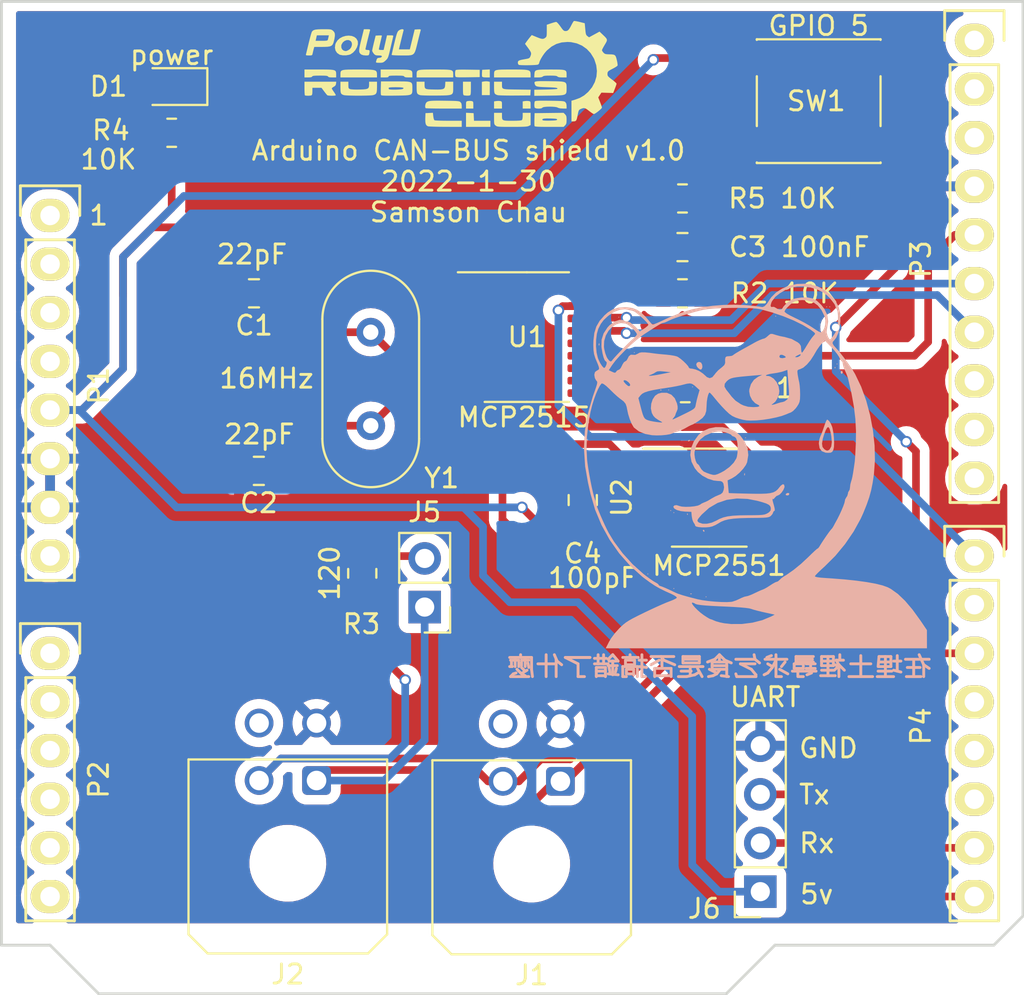
<source format=kicad_pcb>
(kicad_pcb (version 20211014) (generator pcbnew)
  (title_block (date "lun. 30 mars 2015"))
  (layers (0 "F.Cu" signal) (31 "B.Cu" signal) (34 "B.Paste" user) (35 "F.Paste" user) (36 "B.SilkS" user "B.Silkscreen") (37 "F.SilkS" user "F.Silkscreen") (38 "B.Mask" user) (39 "F.Mask" user) (44 "Edge.Cuts" user))
  (net 0 "")
  (net 1 "/IOREF")
  (net 2 "/Reset")
  (net 3 "+5V")
  (net 4 "GND")
  (net 5 "/Vin")
  (net 6 "/A0")
  (net 7 "/A1")
  (net 8 "/A2")
  (net 9 "/A3")
  (net 10 "/AREF")
  (net 11 "/A4(SDA)")
  (net 12 "/A5(SCL)")
  (net 13 "/9(**)")
  (net 14 "/8")
  (net 15 "/7")
  (net 16 "/6(**)")
  (net 17 "/5(**)")
  (net 18 "/4")
  (net 19 "/3(**)")
  (net 20 "/2")
  (net 21 "/1(Tx)")
  (net 22 "/0(Rx)")
  (net 23 "Net-(C1-Pad1)")
  (net 24 "Net-(C2-Pad1)")
  (net 25 "Net-(D1-Pad2)")
  (net 26 "/13(SCK)")
  (net 28 "+3V3")
  (net 29 "/12(MISO)")
  (net 31 "Net-(J5-Pad2)")
  (net 33 "/11(**{slash}MOSI)")
  (net 34 "/10(**{slash}SS)")
  (net 35 "Net-(R1-Pad1)")
  (net 36 "Net-(R2-Pad2)")
  (net 37 "/CAN_Tx")
  (net 38 "/CAN_Rx")
  (net 51 "/CAN-")
  (net 52 "/CAN+")
  (footprint "Socket_Arduino_Uno:Socket_Strip_Arduino_1x08" (layer "F.Cu") (at 113.792 88.011 -90)
    (fp_text reference "P1" (at 8.89 -2.54 90) (layer "F.SilkS"))
    (fp_text value "Power")
    (pad "1" thru_hole oval locked (at 0 0 270) (size 1.7272 2.032) (drill 1.016) (layers *.Cu *.Mask "F.SilkS"))
    (pad "2" thru_hole oval locked (at 2.54 0 270) (size 1.7272 2.032) (drill 1.016) (layers *.Cu *.Mask "F.SilkS") (net 1 "/IOREF"))
    (pad "3" thru_hole oval locked (at 5.08 0 270) (size 1.7272 2.032) (drill 1.016) (layers *.Cu *.Mask "F.SilkS") (net 2 "/Reset"))
    (pad "4" thru_hole oval locked (at 7.62 0 270) (size 1.7272 2.032) (drill 1.016) (layers *.Cu *.Mask "F.SilkS") (net 28 "+3V3"))
    (pad "5" thru_hole oval locked (at 10.16 0 270) (size 1.7272 2.032) (drill 1.016) (layers *.Cu *.Mask "F.SilkS") (net 3 "+5V"))
    (pad "6" thru_hole oval locked (at 12.7 0 270) (size 1.7272 2.032) (drill 1.016) (layers *.Cu *.Mask "F.SilkS") (net 4 "GND"))
    (pad "7" thru_hole oval locked (at 15.24 0 270) (size 1.7272 2.032) (drill 1.016) (layers *.Cu *.Mask "F.SilkS") (net 4 "GND"))
    (pad "8" thru_hole oval locked (at 17.78 0 270) (size 1.7272 2.032) (drill 1.016) (layers *.Cu *.Mask "F.SilkS") (net 5 "/Vin"))
  )
  (footprint "Socket_Arduino_Uno:Socket_Strip_Arduino_1x06" (layer "F.Cu") (at 113.792 110.871 -90)
    (fp_text reference "P2" (at 6.604 -2.54 90) (layer "F.SilkS"))
    (fp_text value "Analog")
    (pad "1" thru_hole oval locked (at 0 0 270) (size 1.7272 2.032) (drill 1.016) (layers *.Cu *.Mask "F.SilkS") (net 6 "/A0"))
    (pad "2" thru_hole oval locked (at 2.54 0 270) (size 1.7272 2.032) (drill 1.016) (layers *.Cu *.Mask "F.SilkS") (net 7 "/A1"))
    (pad "3" thru_hole oval locked (at 5.08 0 270) (size 1.7272 2.032) (drill 1.016) (layers *.Cu *.Mask "F.SilkS") (net 8 "/A2"))
    (pad "4" thru_hole oval locked (at 7.62 0 270) (size 1.7272 2.032) (drill 1.016) (layers *.Cu *.Mask "F.SilkS") (net 9 "/A3"))
    (pad "5" thru_hole oval locked (at 10.16 0 270) (size 1.7272 2.032) (drill 1.016) (layers *.Cu *.Mask "F.SilkS") (net 11 "/A4(SDA)"))
    (pad "6" thru_hole oval locked (at 12.7 0 270) (size 1.7272 2.032) (drill 1.016) (layers *.Cu *.Mask "F.SilkS") (net 12 "/A5(SCL)"))
  )
  (footprint "Socket_Arduino_Uno:Socket_Strip_Arduino_1x10" (layer "F.Cu") (at 162.052 78.867 -90)
    (fp_text reference "P3" (at 11.43 2.794 90) (layer "F.SilkS"))
    (fp_text value "Digital")
    (pad "1" thru_hole oval locked (at 0 0 270) (size 1.7272 2.032) (drill 1.016) (layers *.Cu *.Mask "F.SilkS"))
    (pad "2" thru_hole oval locked (at 2.54 0 270) (size 1.7272 2.032) (drill 1.016) (layers *.Cu *.Mask "F.SilkS"))
    (pad "3" thru_hole oval locked (at 5.08 0 270) (size 1.7272 2.032) (drill 1.016) (layers *.Cu *.Mask "F.SilkS") (net 10 "/AREF"))
    (pad "4" thru_hole oval locked (at 7.62 0 270) (size 1.7272 2.032) (drill 1.016) (layers *.Cu *.Mask "F.SilkS") (net 4 "GND"))
    (pad "5" thru_hole oval locked (at 10.16 0 270) (size 1.7272 2.032) (drill 1.016) (layers *.Cu *.Mask "F.SilkS") (net 26 "/13(SCK)"))
    (pad "6" thru_hole oval locked (at 12.7 0 270) (size 1.7272 2.032) (drill 1.016) (layers *.Cu *.Mask "F.SilkS") (net 29 "/12(MISO)"))
    (pad "7" thru_hole oval locked (at 15.24 0 270) (size 1.7272 2.032) (drill 1.016) (layers *.Cu *.Mask "F.SilkS") (net 33 "/11(**{slash}MOSI)"))
    (pad "8" thru_hole oval locked (at 17.78 0 270) (size 1.7272 2.032) (drill 1.016) (layers *.Cu *.Mask "F.SilkS") (net 34 "/10(**{slash}SS)"))
    (pad "9" thru_hole oval locked (at 20.32 0 270) (size 1.7272 2.032) (drill 1.016) (layers *.Cu *.Mask "F.SilkS") (net 13 "/9(**)"))
    (pad "10" thru_hole oval locked (at 22.86 0 270) (size 1.7272 2.032) (drill 1.016) (layers *.Cu *.Mask "F.SilkS") (net 14 "/8"))
  )
  (footprint "Socket_Arduino_Uno:Socket_Strip_Arduino_1x08" (layer "F.Cu") (at 162.052 105.791 -90)
    (fp_text reference "P4" (at 8.89 2.794 90) (layer "F.SilkS"))
    (fp_text value "Digital")
    (pad "1" thru_hole oval locked (at 0 0 270) (size 1.7272 2.032) (drill 1.016) (layers *.Cu *.Mask "F.SilkS") (net 15 "/7"))
    (pad "2" thru_hole oval locked (at 2.54 0 270) (size 1.7272 2.032) (drill 1.016) (layers *.Cu *.Mask "F.SilkS") (net 16 "/6(**)"))
    (pad "3" thru_hole oval locked (at 5.08 0 270) (size 1.7272 2.032) (drill 1.016) (layers *.Cu *.Mask "F.SilkS") (net 17 "/5(**)"))
    (pad "4" thru_hole oval locked (at 7.62 0 270) (size 1.7272 2.032) (drill 1.016) (layers *.Cu *.Mask "F.SilkS") (net 18 "/4"))
    (pad "5" thru_hole oval locked (at 10.16 0 270) (size 1.7272 2.032) (drill 1.016) (layers *.Cu *.Mask "F.SilkS") (net 19 "/3(**)"))
    (pad "6" thru_hole oval locked (at 12.7 0 270) (size 1.7272 2.032) (drill 1.016) (layers *.Cu *.Mask "F.SilkS") (net 20 "/2"))
    (pad "7" thru_hole oval locked (at 15.24 0 270) (size 1.7272 2.032) (drill 1.016) (layers *.Cu *.Mask "F.SilkS") (net 21 "/1(Tx)"))
    (pad "8" thru_hole oval locked (at 17.78 0 270) (size 1.7272 2.032) (drill 1.016) (layers *.Cu *.Mask "F.SilkS") (net 22 "/0(Rx)"))
  )
  (footprint "Connector_PinHeader_2.54mm:PinHeader_1x02_P2.54mm_Vertical" (layer "F.Cu") (at 133.35 108.458 180)
    (fp_text reference "J5" (at 0 4.953) (layer "F.SilkS"))
    (fp_text value "jumper")
    (pad "1" thru_hole rect (at 0 0 180) (size 1.7 1.7) (drill 1) (layers *.Cu *.Mask) (net 52 "/CAN+"))
    (pad "2" thru_hole oval (at 0 2.54 180) (size 1.7 1.7) (drill 1) (layers *.Cu *.Mask) (net 31 "Net-(J5-Pad2)"))
  )
  (footprint "PolyuRobotics:Club_logo" (layer "F.Cu") (at 135.382 80.899)
    (fp_text reference "G***" hide)
    (fp_text value "LOGO" hide)
  )
  (footprint "Resistor_SMD:R_0805_2012Metric_Pad1.20x1.40mm_HandSolder" (layer "F.Cu") (at 120.142 83.693)
    (fp_text reference "R4" (at -3.175 -0.127) (layer "F.SilkS"))
    (fp_text value "10K")
    (pad "1" smd roundrect (at -1 0) (size 1.2 1.4) (layers "F.Cu" "F.Paste" "F.Mask") (roundrect_rratio 0.2083333333) (net 3 "+5V"))
    (pad "2" smd roundrect (at 1 0) (size 1.2 1.4) (layers "F.Cu" "F.Paste" "F.Mask") (roundrect_rratio 0.2083333333) (net 25 "Net-(D1-Pad2)"))
  )
  (footprint "Capacitor_SMD:C_0805_2012Metric_Pad1.18x1.45mm_HandSolder" (layer "F.Cu") (at 141.605 102.87 90)
    (fp_text reference "C4" (at -2.794 0 180) (layer "F.SilkS"))
    (fp_text value "100nF")
    (pad "1" smd roundrect (at -1.0375 0 90) (size 1.175 1.45) (layers "F.Cu" "F.Paste" "F.Mask") (roundrect_rratio 0.2127659574) (net 3 "+5V"))
    (pad "2" smd roundrect (at 1.0375 0 90) (size 1.175 1.45) (layers "F.Cu" "F.Paste" "F.Mask") (roundrect_rratio 0.2127659574) (net 4 "GND"))
  )
  (footprint "Resistor_SMD:R_0805_2012Metric_Pad1.20x1.40mm_HandSolder" (layer "F.Cu") (at 146.812 92.075 180)
    (fp_text reference "R2 10K" (at -5.334 0) (layer "F.SilkS"))
    (fp_text value "10K")
    (pad "1" smd roundrect (at -1 0 180) (size 1.2 1.4) (layers "F.Cu" "F.Paste" "F.Mask") (roundrect_rratio 0.2083333333) (net 3 "+5V"))
    (pad "2" smd roundrect (at 1 0 180) (size 1.2 1.4) (layers "F.Cu" "F.Paste" "F.Mask") (roundrect_rratio 0.2083333333) (net 36 "Net-(R2-Pad2)"))
  )
  (footprint "Capacitor_SMD:C_0805_2012Metric_Pad1.18x1.45mm_HandSolder" (layer "F.Cu") (at 124.4385 92.075 180)
    (fp_text reference "C1" (at 0 -1.68) (layer "F.SilkS"))
    (fp_text value "22pF")
    (pad "1" smd roundrect (at -1.0375 0 180) (size 1.175 1.45) (layers "F.Cu" "F.Paste" "F.Mask") (roundrect_rratio 0.2127659574) (net 23 "Net-(C1-Pad1)"))
    (pad "2" smd roundrect (at 1.0375 0 180) (size 1.175 1.45) (layers "F.Cu" "F.Paste" "F.Mask") (roundrect_rratio 0.2127659574) (net 4 "GND"))
  )
  (footprint "Capacitor_SMD:C_0805_2012Metric_Pad1.18x1.45mm_HandSolder" (layer "F.Cu") (at 146.812 89.662)
    (fp_text reference "C3 100nF" (at 6.096 0) (layer "F.SilkS"))
    (fp_text value "100nF")
    (pad "1" smd roundrect (at -1.0375 0) (size 1.175 1.45) (layers "F.Cu" "F.Paste" "F.Mask") (roundrect_rratio 0.2127659574) (net 3 "+5V"))
    (pad "2" smd roundrect (at 1.0375 0) (size 1.175 1.45) (layers "F.Cu" "F.Paste" "F.Mask") (roundrect_rratio 0.2127659574) (net 4 "GND"))
  )
  (footprint "LED_SMD:LED_0805_2012Metric_Pad1.15x1.40mm_HandSolder" (layer "F.Cu") (at 120.142 81.28 180)
    (fp_text reference "D1" (at 3.302 0) (layer "F.SilkS"))
    (fp_text value "power")
    (pad "1" smd roundrect (at -1.025 0 180) (size 1.15 1.4) (layers "F.Cu" "F.Paste" "F.Mask") (roundrect_rratio 0.2173913043) (net 4 "GND"))
    (pad "2" smd roundrect (at 1.025 0 180) (size 1.15 1.4) (layers "F.Cu" "F.Paste" "F.Mask") (roundrect_rratio 0.2173913043) (net 25 "Net-(D1-Pad2)"))
  )
  (footprint "Crystal:Crystal_HC49-U_Vertical" (layer "F.Cu") (at 130.5345 94.107 -90)
    (fp_text reference "Y1" (at 7.62 -3.7045 180) (layer "F.SilkS"))
    (fp_text value "16MHz")
    (pad "1" thru_hole circle (at 0 0 270) (size 1.5 1.5) (drill 0.8) (layers *.Cu *.Mask) (net 23 "Net-(C1-Pad1)"))
    (pad "2" thru_hole circle (at 4.88 0 270) (size 1.5 1.5) (drill 0.8) (layers *.Cu *.Mask) (net 24 "Net-(C2-Pad1)"))
  )
  (footprint "Package_SO:TSSOP-20_4.4x6.5mm_P0.65mm" (layer "F.Cu") (at 138.684 94.361)
    (fp_text reference "U1" (at 0 0) (layer "F.SilkS"))
    (fp_text value "MCP2515-xST")
    (pad "1" smd roundrect (at -2.8625 -2.925) (size 1.475 0.4) (layers "F.Cu" "F.Paste" "F.Mask") (net 37 "/CAN_Tx"))
    (pad "2" smd roundrect (at -2.8625 -2.275) (size 1.475 0.4) (layers "F.Cu" "F.Paste" "F.Mask") (net 38 "/CAN_Rx"))
    (pad "3" smd roundrect (at -2.8625 -1.625) (size 1.475 0.4) (layers "F.Cu" "F.Paste" "F.Mask"))
    (pad "4" smd roundrect (at -2.8625 -0.975) (size 1.475 0.4) (layers "F.Cu" "F.Paste" "F.Mask"))
    (pad "5" smd roundrect (at -2.8625 -0.325) (size 1.475 0.4) (layers "F.Cu" "F.Paste" "F.Mask"))
    (pad "6" smd roundrect (at -2.8625 0.325) (size 1.475 0.4) (layers "F.Cu" "F.Paste" "F.Mask"))
    (pad "7" smd roundrect (at -2.8625 0.975) (size 1.475 0.4) (layers "F.Cu" "F.Paste" "F.Mask"))
    (pad "8" smd roundrect (at -2.8625 1.625) (size 1.475 0.4) (layers "F.Cu" "F.Paste" "F.Mask") (net 23 "Net-(C1-Pad1)"))
    (pad "9" smd roundrect (at -2.8625 2.275) (size 1.475 0.4) (layers "F.Cu" "F.Paste" "F.Mask") (net 24 "Net-(C2-Pad1)"))
    (pad "10" smd roundrect (at -2.8625 2.925) (size 1.475 0.4) (layers "F.Cu" "F.Paste" "F.Mask") (net 4 "GND"))
    (pad "11" smd roundrect (at 2.8625 2.925) (size 1.475 0.4) (layers "F.Cu" "F.Paste" "F.Mask"))
    (pad "12" smd roundrect (at 2.8625 2.275) (size 1.475 0.4) (layers "F.Cu" "F.Paste" "F.Mask"))
    (pad "13" smd roundrect (at 2.8625 1.625) (size 1.475 0.4) (layers "F.Cu" "F.Paste" "F.Mask"))
    (pad "14" smd roundrect (at 2.8625 0.975) (size 1.475 0.4) (layers "F.Cu" "F.Paste" "F.Mask") (net 26 "/13(SCK)"))
    (pad "15" smd roundrect (at 2.8625 0.325) (size 1.475 0.4) (layers "F.Cu" "F.Paste" "F.Mask"))
    (pad "16" smd roundrect (at 2.8625 -0.325) (size 1.475 0.4) (layers "F.Cu" "F.Paste" "F.Mask") (net 33 "/11(**{slash}MOSI)"))
    (pad "17" smd roundrect (at 2.8625 -0.975) (size 1.475 0.4) (layers "F.Cu" "F.Paste" "F.Mask") (net 29 "/12(MISO)"))
    (pad "18" smd roundrect (at 2.8625 -1.625) (size 1.475 0.4) (layers "F.Cu" "F.Paste" "F.Mask") (net 15 "/7"))
    (pad "19" smd roundrect (at 2.8625 -2.275) (size 1.475 0.4) (layers "F.Cu" "F.Paste" "F.Mask") (net 36 "Net-(R2-Pad2)"))
    (pad "20" smd roundrect (at 2.8625 -2.925) (size 1.475 0.4) (layers "F.Cu" "F.Paste" "F.Mask") (net 3 "+5V"))
  )
  (footprint "Connector_Molex:Molex_Micro-Fit_3.0_43045-0400_2x02_P3.00mm_Horizontal" (layer "F.Cu") (at 140.438 117.557 180)
    (fp_text reference "J1" (at 1.5 -10.12 180) (layer "F.SilkS"))
    (fp_text value "molex_3.0")
    (pad "" np_thru_hole circle locked (at 1.5 -4.32 180) (size 3 3) (drill 3) (layers *.Cu *.Mask))
    (pad "1" thru_hole roundrect locked (at 0 0 180) (size 1.5 1.5) (drill 1.02) (layers *.Cu *.Mask) (roundrect_rratio 0.1666673333) (net 52 "/CAN+"))
    (pad "2" thru_hole circle locked (at 3 0 180) (size 1.5 1.5) (drill 1.02) (layers *.Cu *.Mask) (net 51 "/CAN-"))
    (pad "3" thru_hole circle locked (at 0 3 180) (size 1.5 1.5) (drill 1.02) (layers *.Cu *.Mask) (net 4 "GND"))
    (pad "4" thru_hole circle locked (at 3 3 180) (size 1.5 1.5) (drill 1.02) (layers *.Cu *.Mask))
  )
  (footprint "Connector_Molex:Molex_Micro-Fit_3.0_43045-0400_2x02_P3.00mm_Horizontal" (layer "F.Cu") (at 127.705 117.514 180)
    (fp_text reference "J2" (at 1.5 -10.12 180) (layer "F.SilkS"))
    (fp_text value "molex_3.0")
    (pad "" np_thru_hole circle locked (at 1.5 -4.32 180) (size 3 3) (drill 3) (layers *.Cu *.Mask))
    (pad "1" thru_hole roundrect locked (at 0 0 180) (size 1.5 1.5) (drill 1.02) (layers *.Cu *.Mask) (roundrect_rratio 0.1666673333) (net 52 "/CAN+"))
    (pad "2" thru_hole circle locked (at 3 0 180) (size 1.5 1.5) (drill 1.02) (layers *.Cu *.Mask) (net 51 "/CAN-"))
    (pad "3" thru_hole circle locked (at 0 3 180) (size 1.5 1.5) (drill 1.02) (layers *.Cu *.Mask) (net 4 "GND"))
    (pad "4" thru_hole circle locked (at 3 3 180) (size 1.5 1.5) (drill 1.02) (layers *.Cu *.Mask))
  )
  (footprint "Connector_PinSocket_2.54mm:PinSocket_1x04_P2.54mm_Vertical" (layer "F.Cu") (at 150.876 123.317 180)
    (fp_text reference "J6" (at 2.921 -0.889) (layer "F.SilkS"))
    (fp_text value "UART2")
    (pad "1" thru_hole rect (at 0 0 180) (size 1.7 1.7) (drill 1) (layers *.Cu *.Mask) (net 3 "+5V"))
    (pad "2" thru_hole oval (at 0 2.54 180) (size 1.7 1.7) (drill 1) (layers *.Cu *.Mask) (net 22 "/0(Rx)"))
    (pad "3" thru_hole oval (at 0 5.08 180) (size 1.7 1.7) (drill 1) (layers *.Cu *.Mask) (net 21 "/1(Tx)"))
    (pad "4" thru_hole oval (at 0 7.62 180) (size 1.7 1.7) (drill 1) (layers *.Cu *.Mask) (net 4 "GND"))
  )
  (footprint "Resistor_SMD:R_0805_2012Metric_Pad1.20x1.40mm_HandSolder" (layer "F.Cu") (at 130.092 106.696 -90)
    (fp_text reference "R3" (at 2.651 0.044 180) (layer "F.SilkS"))
    (fp_text value "120")
    (pad "1" smd roundrect (at -1 0 270) (size 1.2 1.4) (layers "F.Cu" "F.Paste" "F.Mask") (roundrect_rratio 0.2083333333) (net 31 "Net-(J5-Pad2)"))
    (pad "2" smd roundrect (at 1 0 270) (size 1.2 1.4) (layers "F.Cu" "F.Paste" "F.Mask") (roundrect_rratio 0.2083333333) (net 51 "/CAN-"))
  )
  (footprint "Button_Switch_SMD:SW_Push_1P1T_NO_6x6mm_H9.5mm" (layer "F.Cu") (at 153.924 82.042 180)
    (fp_text reference "SW1" (at 0.127 0) (layer "F.SilkS"))
    (fp_text value "User")
    (pad "1" smd rect (at -3.975 -2.25 180) (size 1.55 1.3) (layers "F.Cu" "F.Paste" "F.Mask") (net 17 "/5(**)"))
    (pad "1" smd rect (at 3.975 -2.25 180) (size 1.55 1.3) (layers "F.Cu" "F.Paste" "F.Mask") (net 17 "/5(**)"))
    (pad "2" smd rect (at 3.975 2.25 180) (size 1.55 1.3) (layers "F.Cu" "F.Paste" "F.Mask") (net 3 "+5V"))
    (pad "2" smd rect (at -3.975 2.25 180) (size 1.55 1.3) (layers "F.Cu" "F.Paste" "F.Mask") (net 3 "+5V"))
  )
  (footprint "Package_SO:SOIC-8_3.9x4.9mm_P1.27mm" (layer "F.Cu") (at 148.209 102.743)
    (fp_text reference "U2" (at -4.572 0 90) (layer "F.SilkS"))
    (fp_text value "MCP2551-I-SN")
    (pad "1" smd roundrect (at -2.475 -1.905) (size 1.95 0.6) (layers "F.Cu" "F.Paste" "F.Mask") (net 37 "/CAN_Tx"))
    (pad "2" smd roundrect (at -2.475 -0.635) (size 1.95 0.6) (layers "F.Cu" "F.Paste" "F.Mask") (net 4 "GND"))
    (pad "3" smd roundrect (at -2.475 0.635) (size 1.95 0.6) (layers "F.Cu" "F.Paste" "F.Mask") (net 3 "+5V"))
    (pad "4" smd roundrect (at -2.475 1.905) (size 1.95 0.6) (layers "F.Cu" "F.Paste" "F.Mask") (net 38 "/CAN_Rx"))
    (pad "5" smd roundrect (at 2.475 1.905) (size 1.95 0.6) (layers "F.Cu" "F.Paste" "F.Mask"))
    (pad "6" smd roundrect (at 2.475 0.635) (size 1.95 0.6) (layers "F.Cu" "F.Paste" "F.Mask") (net 51 "/CAN-"))
    (pad "7" smd roundrect (at 2.475 -0.635) (size 1.95 0.6) (layers "F.Cu" "F.Paste" "F.Mask") (net 52 "/CAN+"))
    (pad "8" smd roundrect (at 2.475 -1.905) (size 1.95 0.6) (layers "F.Cu" "F.Paste" "F.Mask") (net 35 "Net-(R1-Pad1)"))
  )
  (footprint "Capacitor_SMD:C_0805_2012Metric_Pad1.18x1.45mm_HandSolder" (layer "F.Cu") (at 124.6925 101.346 180)
    (fp_text reference "C2" (at 0 -1.68) (layer "F.SilkS"))
    (fp_text value "22pF")
    (pad "1" smd roundrect (at -1.0375 0 180) (size 1.175 1.45) (layers "F.Cu" "F.Paste" "F.Mask") (roundrect_rratio 0.2127659574) (net 24 "Net-(C2-Pad1)"))
    (pad "2" smd roundrect (at 1.0375 0 180) (size 1.175 1.45) (layers "F.Cu" "F.Paste" "F.Mask") (roundrect_rratio 0.2127659574) (net 4 "GND"))
  )
  (footprint "Resistor_SMD:R_0805_2012Metric_Pad1.20x1.40mm_HandSolder" (layer "F.Cu") (at 146.955 97.028)
    (fp_text reference "R1" (at 4.715 0) (layer "F.SilkS"))
    (fp_text value "17K")
    (pad "1" smd roundrect (at -1 0) (size 1.2 1.4) (layers "F.Cu" "F.Paste" "F.Mask") (roundrect_rratio 0.2083333333) (net 35 "Net-(R1-Pad1)"))
    (pad "2" smd roundrect (at 1 0) (size 1.2 1.4) (layers "F.Cu" "F.Paste" "F.Mask") (roundrect_rratio 0.2083333333) (net 4 "GND"))
  )
  (footprint "Resistor_SMD:R_0805_2012Metric_Pad1.20x1.40mm_HandSolder" (layer "F.Cu") (at 146.812 87.122)
    (fp_text reference "R5 10K" (at 5.207 0) (layer "F.SilkS"))
    (fp_text value "10K")
    (pad "1" smd roundrect (at -1 0) (size 1.2 1.4) (layers "F.Cu" "F.Paste" "F.Mask") (roundrect_rratio 0.2083333333) (net 17 "/5(**)"))
    (pad "2" smd roundrect (at 1 0) (size 1.2 1.4) (layers "F.Cu" "F.Paste" "F.Mask") (roundrect_rratio 0.2083333333) (net 4 "GND"))
  )
  (footprint "PolyuRobotics:Raymond" (layer "B.Cu") (at 149.590139 100.568892 180)
    (fp_text reference "G***" hide)
    (fp_text value "LOGO" hide)
  )
  (gr_line (start 149.098 128.651) (end 151.638 126.111) (layer "Edge.Cuts") (width 0.15))
  (gr_line (start 111.252 126.111) (end 113.792 126.111) (layer "Edge.Cuts") (width 0.15))
  (gr_line (start 164.592 76.835) (end 164.592 124.587) (layer "Edge.Cuts") (width 0.15))
  (gr_line (start 163.068 126.111) (end 164.592 124.587) (layer "Edge.Cuts") (width 0.15))
  (gr_line (start 113.792 126.111) (end 116.332 128.651) (layer "Edge.Cuts") (width 0.15))
  (gr_line (start 164.592 76.835) (end 111.252 76.835) (layer "Edge.Cuts") (width 0.15))
  (gr_line (start 116.332 128.651) (end 149.098 128.651) (layer "Edge.Cuts") (width 0.15))
  (gr_line (start 111.252 76.835) (end 111.252 126.111) (layer "Edge.Cuts") (width 0.15))
  (gr_line (start 151.638 126.111) (end 163.068 126.111) (layer "Edge.Cuts") (width 0.15))
  (gr_text "在埋土裡尋求乞食是否搞錯了什麼\n" (at 148.717 111.633) (layer "B.SilkS") (effects (font (size 1 1)) (justify mirror)))
  (gr_text "Rx\n" (at 153.822 120.787) (layer "F.SilkS") (effects (font (size 1 1))))
  (gr_text "Tx" (at 153.695 118.247) (layer "F.SilkS") (effects (font (size 1 1))))
  (gr_text "22pF" (at 124.333 90.043) (layer "F.SilkS") (effects (font (size 1 1))))
  (gr_text "MCP2515" (at 138.557 98.552) (layer "F.SilkS") (effects (font (size 1 1))))
  (gr_text "5v" (at 153.822 123.454) (layer "F.SilkS") (effects (font (size 1 1))))
  (gr_text "GPIO 5" (at 153.924 78.105) (layer "F.SilkS") (effects (font (size 1 1))))
  (gr_text "120\n" (at 128.397 106.68 90) (layer "F.SilkS") (effects (font (size 1 1))))
  (gr_text "16MHz\n" (at 125.095 96.52) (layer "F.SilkS") (effects (font (size 1 1))))
  (gr_text "Arduino CAN-BUS shield v1.0\n2022-1-30\nSamson Chau" (at 135.636 86.233) (layer "F.SilkS") (effects (font (size 1 1))))
  (gr_text "GND" (at 154.432 115.824) (layer "F.SilkS") (effects (font (size 1 1))))
  (gr_text "UART" (at 151.13 113.157) (layer "F.SilkS") (effects (font (size 1 1))))
  (gr_text "100pF" (at 142.113 106.934) (layer "F.SilkS") (effects (font (size 1 1))))
  (gr_text "power" (at 120.142 79.629) (layer "F.SilkS") (effects (font (size 1 1))))
  (gr_text "10K\n" (at 116.84 85.09) (layer "F.SilkS") (effects (font (size 1 1))))
  (gr_text "MCP2551" (at 148.717 106.299) (layer "F.SilkS") (effects (font (size 1 1))))
  (gr_text "1" (at 116.332 88.011) (layer "F.SilkS") (effects (font (size 1 1))))
  (gr_text "22pF" (at 124.714 99.441) (layer "F.SilkS") (effects (font (size 1 1))))
  (segment (start 144.7425 88.63) (end 145.7745 89.662) (width 0.4) (layer "F.Cu") (net 3))
  (segment (start 142.1345 103.378) (end 141.605 103.9075) (width 0.4) (layer "F.Cu") (net 3))
  (segment (start 139.0865 103.9075) (end 138.43 103.251) (width 0.4) (layer "F.Cu") (net 3))
  (segment (start 145.734 103.378) (end 142.1345 103.378) (width 0.4) (layer "F.Cu") (net 3))
  (segment (start 117.602 90.17) (end 117.602 92.202) (width 0.4) (layer "F.Cu") (net 3))
  (segment (start 149.949 79.792) (end 145.379 79.792) (width 0.4) (layer "F.Cu") (net 3))
  (segment (start 119.142 83.693) (end 120.142 84.693) (width 0.4) (layer "F.Cu") (net 3))
  (segment (start 145.379 79.792) (end 145.288 79.883) (width 0.4) (layer "F.Cu") (net 3))
  (segment (start 120.142 87.63) (end 119.142 88.63) (width 0.4) (layer "F.Cu") (net 3))
  (segment (start 145.7745 89.662) (end 145.7745 90.0375) (width 0.4) (layer "F.Cu") (net 3))
  (segment (start 145.7745 89.662) (end 145.7745 89.8105) (width 0.4) (layer "F.Cu") (net 3))
  (segment (start 119.142 88.63) (end 117.602 90.17) (width 0.4) (layer "F.Cu") (net 3))
  (segment (start 135.255 88.646) (end 135.636 88.646) (width 0.4) (layer "F.Cu") (net 3))
  (segment (start 145.7745 89.8105) (end 144.149 91.436) (width 0.4) (layer "F.Cu") (net 3))
  (segment (start 144.149 91.436) (end 141.5465 91.436) (width 0.4) (layer "F.Cu") (net 3))
  (segment (start 117.602 96.012) (end 115.443 98.171) (width 0.4) (layer "F.Cu") (net 3))
  (segment (start 145.7745 90.0375) (end 147.812 92.075) (width 0.4) (layer "F.Cu") (net 3))
  (segment (start 157.899 79.792) (end 149.949 79.792) (width 0.4) (layer "F.Cu") (net 3))
  (segment (start 117.602 90.17) (end 117.856 89.916) (width 0.4) (layer "F.Cu") (net 3))
  (segment (start 141.605 103.9075) (end 139.0865 103.9075) (width 0.4) (layer "F.Cu") (net 3))
  (segment (start 137.43 88.63) (end 119.142 88.63) (width 0.4) (layer "F.Cu") (net 3))
  (segment (start 120.142 84.693) (end 120.142 87.63) (width 0.4) (layer "F.Cu") (net 3))
  (segment (start 117.602 92.091) (end 117.602 96.012) (width 0.4) (layer "F.Cu") (net 3))
  (segment (start 117.602 92.075) (end 117.602 90.17) (width 0.4) (layer "F.Cu") (net 3))
  (segment (start 115.443 98.171) (end 113.792 98.171) (width 0.4) (layer "F.Cu") (net 3))
  (segment (start 137.43 88.63) (end 144.7425 88.63) (width 0.4) (layer "F.Cu") (net 3))
  (via (at 138.43 103.251) (size 0.6) (drill 0.4) (layers "F.Cu" "B.Cu") (net 3))
  (via (at 145.288 79.883) (size 0.6) (drill 0.4) (layers "F.Cu" "B.Cu") (net 3))
  (segment (start 148.717 123.317) (end 147.32 121.92) (width 0.4) (layer "B.Cu") (net 3))
  (segment (start 141.351 108.204) (end 137.795 108.204) (width 0.4) (layer "B.Cu") (net 3))
  (segment (start 147.32 121.92) (end 147.32 114.173) (width 0.4) (layer "B.Cu") (net 3))
  (segment (start 120.777 86.995) (end 117.602 90.17) (width 0.4) (layer "B.Cu") (net 3))
  (segment (start 136.398 104.267) (end 135.382 103.251) (width 0.4) (layer "B.Cu") (net 3))
  (segment (start 136.398 106.807) (end 136.398 104.267) (width 0.4) (layer "B.Cu") (net 3))
  (segment (start 120.396 103.251) (end 115.316 98.171) (width 0.4) (layer "B.Cu") (net 3))
  (segment (start 150.876 123.317) (end 148.717 123.317) (width 0.4) (layer "B.Cu") (net 3))
  (segment (start 135.382 103.251) (end 134.366 103.251) (width 0.4) (layer "B.Cu") (net 3))
  (segment (start 134.366 103.251) (end 120.396 103.251) (width 0.4) (layer "B.Cu") (net 3))
  (segment (start 138.176 86.995) (end 120.777 86.995) (width 0.4) (layer "B.Cu") (net 3))
  (segment (start 115.443 98.171) (end 113.792 98.171) (width 0.4) (layer "B.Cu") (net 3))
  (segment (start 117.602 96.012) (end 115.443 98.171) (width 0.4) (layer "B.Cu") (net 3))
  (segment (start 147.32 114.173) (end 141.351 108.204) (width 0.4) (layer "B.Cu") (net 3))
  (segment (start 138.43 103.251) (end 134.366 103.251) (width 0.4) (layer "B.Cu") (net 3))
  (segment (start 145.288 79.883) (end 138.176 86.995) (width 0.4) (layer "B.Cu") (net 3))
  (segment (start 115.316 98.171) (end 113.792 98.171) (width 0.4) (layer "B.Cu") (net 3))
  (segment (start 117.602 90.17) (end 117.602 96.012) (width 0.4) (layer "B.Cu") (net 3))
  (segment (start 137.795 108.204) (end 136.398 106.807) (width 0.4) (layer "B.Cu") (net 3))
  (segment (start 141.5465 92.736) (end 142.99252 92.736) (width 0.4) (layer "F.Cu") (net 15))
  (segment (start 143.002 92.74548) (end 140.55352 92.74548) (width 0.4) (layer "F.Cu") (net 15))
  (segment (start 142.99252 92.736) (end 143.002 92.74548) (width 0.4) (layer "F.Cu") (net 15))
  (segment (start 140.55352 92.74548) (end 140.335 92.964) (width 0.4) (layer "F.Cu") (net 15))
  (via (at 140.335 92.964) (size 0.6) (drill 0.4) (layers "F.Cu" "B.Cu") (net 15))
  (segment (start 140.335 92.964) (end 140.335 97.917) (width 0.4) (layer "B.Cu") (net 15))
  (segment (start 141.986 99.568) (end 155.829 99.568) (width 0.4) (layer "B.Cu") (net 15))
  (segment (start 140.335 97.917) (end 141.986 99.568) (width 0.4) (layer "B.Cu") (net 15))
  (segment (start 155.829 99.568) (end 162.052 105.791) (width 0.4) (layer "B.Cu") (net 15))
  (segment (start 157.899 84.292) (end 157.899 90.767) (width 0.4) (layer "F.Cu") (net 17))
  (segment (start 159.004 109.474) (end 160.401 110.871) (width 0.4) (layer "F.Cu") (net 17))
  (segment (start 148.642 84.292) (end 145.812 87.122) (width 0.4) (layer "F.Cu") (net 17))
  (segment (start 159.004 100.33) (end 159.004 109.474) (width 0.4) (layer "F.Cu") (net 17))
  (segment (start 158.496 99.822) (end 159.004 100.33) (width 0.4) (layer "F.Cu") (net 17))
  (segment (start 149.949 84.292) (end 148.642 84.292) (width 0.4) (layer "F.Cu") (net 17))
  (segment (start 157.899 90.767) (end 154.813 93.853) (width 0.4) (layer "F.Cu") (net 17))
  (segment (start 160.401 110.871) (end 162.052 110.871) (width 0.4) (layer "F.Cu") (net 17))
  (segment (start 149.949 84.292) (end 157.899 84.292) (width 0.4) (layer "F.Cu") (net 17))
  (via (at 158.496 99.822) (size 0.6) (drill 0.4) (layers "F.Cu" "B.Cu") (net 17))
  (via (at 154.813 93.853) (size 0.6) (drill 0.4) (layers "F.Cu" "B.Cu") (net 17))
  (segment (start 154.813 93.853) (end 154.813 96.139) (width 0.4) (layer "B.Cu") (net 17))
  (segment (start 154.813 96.139) (end 158.496 99.822) (width 0.4) (layer "B.Cu") (net 17))
  (segment (start 157.861 121.031) (end 162.052 121.031) (width 0.4) (layer "F.Cu") (net 21))
  (segment (start 150.876 118.237) (end 155.067 118.237) (width 0.4) (layer "F.Cu") (net 21))
  (segment (start 155.067 118.237) (end 157.861 121.031) (width 0.4) (layer "F.Cu") (net 21))
  (segment (start 158.115 123.571) (end 162.052 123.571) (width 0.4) (layer "F.Cu") (net 22))
  (segment (start 155.321 120.777) (end 158.115 123.571) (width 0.4) (layer "F.Cu") (net 22))
  (segment (start 150.876 120.777) (end 155.321 120.777) (width 0.4) (layer "F.Cu") (net 22))
  (segment (start 132.4135 95.986) (end 135.8215 95.986) (width 0.4) (layer "F.Cu") (net 23))
  (segment (start 130.5345 94.107) (end 132.4135 95.986) (width 0.4) (layer "F.Cu") (net 23))
  (segment (start 125.476 92.075) (end 127.508 94.107) (width 0.4) (layer "F.Cu") (net 23))
  (segment (start 127.508 94.107) (end 130.5345 94.107) (width 0.4) (layer "F.Cu") (net 23))
  (segment (start 128.089 98.987) (end 130.5345 98.987) (width 0.4) (layer "F.Cu") (net 24))
  (segment (start 125.73 101.346) (end 128.089 98.987) (width 0.4) (layer "F.Cu") (net 24))
  (segment (start 132.8855 96.636) (end 130.5345 98.987) (width 0.4) (layer "F.Cu") (net 24))
  (segment (start 135.8215 96.636) (end 132.8855 96.636) (width 0.4) (layer "F.Cu") (net 24))
  (segment (start 121.142 83.693) (end 121.142 83.305) (width 0.4) (layer "F.Cu") (net 25))
  (segment (start 121.142 83.305) (end 119.117 81.28) (width 0.4) (layer "F.Cu") (net 25))
  (segment (start 159.639 94.615) (end 158.918 95.336) (width 0.4) (layer "F.Cu") (net 26))
  (segment (start 161.036 89.027) (end 159.639 90.424) (width 0.4) (layer "F.Cu") (net 26))
  (segment (start 162.052 89.027) (end 161.036 89.027) (width 0.4) (layer "F.Cu") (net 26))
  (segment (start 159.639 90.424) (end 159.639 94.615) (width 0.4) (layer "F.Cu") (net 26))
  (segment (start 158.918 95.336) (end 141.5465 95.336) (width 0.4) (layer "F.Cu") (net 26))
  (segment (start 141.5875 93.345) (end 141.5465 93.386) (width 0.4) (layer "F.Cu") (net 29))
  (segment (start 143.891 93.345) (end 141.5875 93.345) (width 0.4) (layer "F.Cu") (net 29))
  (via (at 143.891 93.345) (size 0.6) (drill 0.4) (layers "F.Cu" "B.Cu") (net 29))
  (segment (start 151.257 91.567) (end 162.052 91.567) (width 0.4) (layer "B.Cu") (net 29))
  (segment (start 143.891 93.345) (end 144.018 93.472) (width 0.4) (layer "B.Cu") (net 29))
  (segment (start 144.018 93.472) (end 149.352 93.472) (width 0.4) (layer "B.Cu") (net 29))
  (segment (start 149.352 93.472) (end 151.257 91.567) (width 0.4) (layer "B.Cu") (net 29))
  (segment (start 133.267 105.796) (end 130.192 105.796) (width 0.4) (layer "F.Cu") (net 31))
  (segment (start 130.192 105.796) (end 130.092 105.696) (width 0.4) (layer "F.Cu") (net 31))
  (segment (start 143.764844 94.036) (end 141.5465 94.036) (width 0.4) (layer "F.Cu") (net 33))
  (segment (start 161.987489 94.171511) (end 162.052 94.107) (width 0.4) (layer "F.Cu") (net 33))
  (segment (start 143.888196 94.159352) (end 143.764844 94.036) (width 0.4) (layer "F.Cu") (net 33))
  (via (at 143.888196 94.159352) (size 0.6) (drill 0.4) (layers "F.Cu" "B.Cu") (net 33))
  (segment (start 162.052 94.107) (end 160.11152 92.16652) (width 0.4) (layer "B.Cu") (net 33))
  (segment (start 160.11152 92.16652) (end 151.50533 92.16652) (width 0.4) (layer "B.Cu") (net 33))
  (segment (start 151.50533 92.16652) (end 149.512498 94.159352) (width 0.4) (layer "B.Cu") (net 33))
  (segment (start 149.512498 94.159352) (end 143.888196 94.159352) (width 0.4) (layer "B.Cu") (net 33))
  (segment (start 146.812 99.06) (end 145.955 98.203) (width 0.4) (layer "F.Cu") (net 35))
  (segment (start 150.684 100.838) (end 148.906 99.06) (width 0.4) (layer "F.Cu") (net 35))
  (segment (start 145.955 98.203) (end 145.955 97.028) (width 0.4) (layer "F.Cu") (net 35))
  (segment (start 148.906 99.06) (end 146.812 99.06) (width 0.4) (layer "F.Cu") (net 35))
  (segment (start 145.812 92.075) (end 142.748 92.075) (width 0.4) (layer "F.Cu") (net 36))
  (segment (start 142.737 92.086) (end 141.5465 92.086) (width 0.4) (layer "F.Cu") (net 36))
  (segment (start 142.748 92.075) (end 142.737 92.086) (width 0.4) (layer "F.Cu") (net 36))
  (segment (start 143.002 99.949) (end 143.891 100.838) (width 0.4) (layer "F.Cu") (net 37))
  (segment (start 138.176 98.171) (end 139.954 99.949) (width 0.4) (layer "F.Cu") (net 37))
  (segment (start 136.615427 91.436) (end 136.619427 91.44) (width 0.4) (layer "F.Cu") (net 37))
  (segment (start 136.619427 91.44) (end 137.414 91.44) (width 0.4) (layer "F.Cu") (net 37))
  (segment (start 135.8215 91.436) (end 136.615427 91.436) (width 0.4) (layer "F.Cu") (net 37))
  (segment (start 138.176 92.202) (end 138.176 98.171) (width 0.4) (layer "F.Cu") (net 37))
  (segment (start 139.954 99.949) (end 143.002 99.949) (width 0.4) (layer "F.Cu") (net 37))
  (segment (start 143.891 100.838) (end 145.734 100.838) (width 0.4) (layer "F.Cu") (net 37))
  (segment (start 137.414 91.44) (end 138.176 92.202) (width 0.4) (layer "F.Cu") (net 37))
  (segment (start 136.663 92.086) (end 137.414 92.837) (width 0.4) (layer "F.Cu") (net 38))
  (segment (start 137.414 103.886) (end 138.811 105.283) (width 0.4) (layer "F.Cu") (net 38))
  (segment (start 145.099 105.283) (end 145.734 104.648) (width 0.4) (layer "F.Cu") (net 38))
  (segment (start 137.414 92.837) (end 137.414 103.886) (width 0.4) (layer "F.Cu") (net 38))
  (segment (start 135.8215 92.086) (end 136.663 92.086) (width 0.4) (layer "F.Cu") (net 38))
  (segment (start 138.811 105.283) (end 145.099 105.283) (width 0.4) (layer "F.Cu") (net 38))
  (segment (start 136.660195 117.557) (end 135.467675 116.36448) (width 0.4) (layer "F.Cu") (net 51))
  (segment (start 135.467675 116.36448) (end 125.85452 116.36448) (width 0.4) (layer "F.Cu") (net 51))
  (segment (start 140.9429 116.40748) (end 139.41944 116.40748) (width 0.4) (layer "F.Cu") (net 51))
  (segment (start 147.56638 109.784) (end 140.9429 116.40748) (width 0.4) (layer "F.Cu") (net 51))
  (segment (start 125.85452 116.36448) (end 124.705 117.514) (width 0.4) (layer "F.Cu") (net 51))
  (segment (start 130.092 110.026) (end 132.334 112.268) (width 0.4) (layer "F.Cu") (net 51))
  (segment (start 138.26992 117.557) (end 136.660195 117.557) (width 0.4) (layer "F.Cu") (net 51))
  (segment (start 150.684 103.378) (end 150.994 103.068) (width 0.4) (layer "F.Cu") (net 51))
  (segment (start 152.90038 109.784) (end 147.56638 109.784) (width 0.4) (layer "F.Cu") (net 51))
  (segment (start 130.092 107.696) (end 130.092 110.026) (width 0.4) (layer "F.Cu") (net 51))
  (segment (start 153.53538 103.068) (end 154.742 104.27462) (width 0.4) (layer "F.Cu") (net 51))
  (segment (start 154.742 107.94238) (end 152.90038 109.784) (width 0.4) (layer "F.Cu") (net 51))
  (segment (start 154.742 104.27462) (end 154.742 107.94238) (width 0.4) (layer "F.Cu") (net 51))
  (segment (start 150.994 103.068) (end 153.53538 103.068) (width 0.4) (layer "F.Cu") (net 51))
  (segment (start 139.41944 116.40748) (end 138.26992 117.557) (width 0.4) (layer "F.Cu") (net 51))
  (via (at 132.334 112.268) (size 0.6) (drill 0.4) (layers "F.Cu" "B.Cu") (net 51))
  (segment (start 132.334 112.268) (end 132.334 115.57) (width 0.4) (layer "B.Cu") (net 51))
  (segment (start 132.334 115.57) (end 131.53952 116.36448) (width 0.4) (layer "B.Cu") (net 51))
  (segment (start 125.85452 116.36448) (end 124.705 117.514) (width 0.4) (layer "B.Cu") (net 51))
  (segment (start 131.53952 116.36448) (end 125.85452 116.36448) (width 0.4) (layer "B.Cu") (net 51))
  (segment (start 134.5565 116.967) (end 128.252 116.967) (width 0.4) (layer "F.Cu") (net 52))
  (segment (start 138.303 119.38) (end 136.9695 119.38) (width 0.4) (layer "F.Cu") (net 52))
  (segment (start 150.994 102.418) (end 153.80462 102.418) (width 0.4) (layer "F.Cu") (net 52))
  (segment (start 136.9695 119.38) (end 134.5565 116.967) (width 0.4) (layer "F.Cu") (net 52))
  (segment (start 150.684 102.108) (end 150.994 102.418) (width 0.4) (layer "F.Cu") (net 52))
  (segment (start 147.83562 110.434) (end 140.75562 117.514) (width 0.4) (layer "F.Cu") (net 52))
  (segment (start 140.75562 117.514) (end 140.169 117.514) (width 0.4) (layer "F.Cu") (net 52))
  (segment (start 155.392 108.21162) (end 153.16962 110.434) (width 0.4) (layer "F.Cu") (net 52))
  (segment (start 140.169 117.514) (end 138.303 119.38) (width 0.4) (layer "F.Cu") (net 52))
  (segment (start 153.80462 102.418) (end 155.392 104.00538) (width 0.4) (layer "F.Cu") (net 52))
  (segment (start 155.392 104.00538) (end 155.392 108.21162) (width 0.4) (layer "F.Cu") (net 52))
  (segment (start 128.252 116.967) (end 127.705 117.514) (width 0.4) (layer "F.Cu") (net 52))
  (segment (start 153.16962 110.434) (end 147.83562 110.434) (width 0.4) (layer "F.Cu") (net 52))
  (segment (start 133.35 115.401849) (end 131.237849 117.514) (width 0.4) (layer "B.Cu") (net 52))
  (segment (start 133.35 108.458) (end 133.35 115.401849) (width 0.4) (layer "B.Cu") (net 52))
  (segment (start 131.237849 117.514) (end 127.705 117.514) (width 0.4) (layer "B.Cu") (net 52))
  (zone (net 4) (net_name "GND") (layer "F.Cu") (connect_pads (clearance 0.508)) (min_thickness 0.254) (fill yes (thermal_gap 0.508) (thermal_bridge_width 0.508))
    (polygon (pts (xy 112.014 77.089) (xy 163.703 77.089) (xy 163.83 124.968) (xy 112.014 124.968) (xy 112.014 77.343)))
  )
  (zone (net 4) (net_name "GND") (layer "B.Cu") (connect_pads (clearance 0.508)) (min_thickness 0.254) (fill yes (thermal_gap 0.508) (thermal_bridge_width 0.508))
    (polygon (pts (xy 163.83 124.968) (xy 112.014 124.968) (xy 112.014 77.089) (xy 163.703 77.089)))
  )
)
</source>
